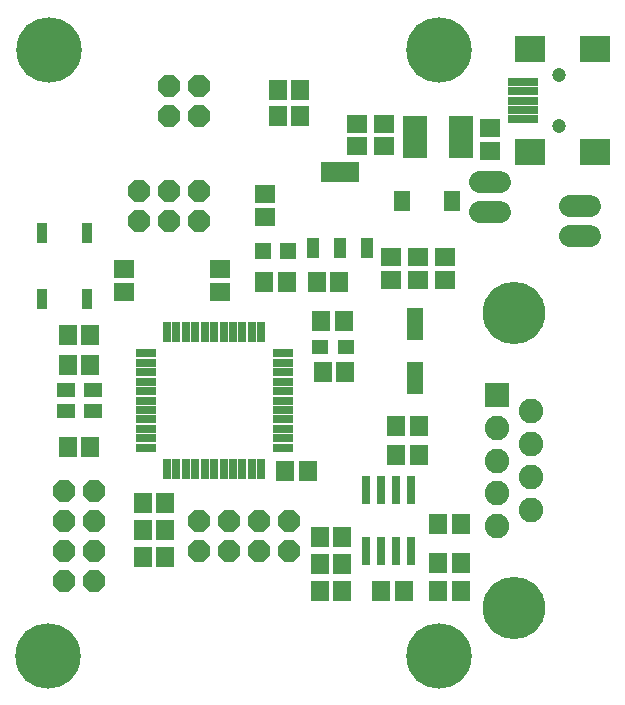
<source format=gts>
G75*
%MOIN*%
%OFA0B0*%
%FSLAX25Y25*%
%IPPOS*%
%LPD*%
%AMOC8*
5,1,8,0,0,1.08239X$1,22.5*
%
%ADD10R,0.08200X0.08200*%
%ADD11C,0.08200*%
%ADD12C,0.20800*%
%ADD13C,0.07200*%
%ADD14R,0.05918X0.06706*%
%ADD15R,0.02769X0.06706*%
%ADD16R,0.06706X0.02769*%
%ADD17R,0.06706X0.05918*%
%ADD18R,0.04100X0.07100*%
%ADD19R,0.13000X0.07100*%
%ADD20R,0.08280X0.14186*%
%ADD21R,0.10249X0.08674*%
%ADD22R,0.09887X0.02769*%
%ADD23C,0.04737*%
%ADD24R,0.03800X0.06800*%
%ADD25OC8,0.07200*%
%ADD26R,0.05918X0.05131*%
%ADD27R,0.05524X0.04737*%
%ADD28R,0.03162X0.09461*%
%ADD29C,0.21800*%
%ADD30R,0.05800X0.10800*%
%ADD31R,0.05524X0.05524*%
%ADD32R,0.05800X0.06587*%
D10*
X0220909Y0125744D03*
D11*
X0220909Y0114839D03*
X0220909Y0103933D03*
X0220909Y0093028D03*
X0220909Y0082122D03*
X0232091Y0087594D03*
X0232091Y0098500D03*
X0232091Y0109366D03*
X0232091Y0120272D03*
D12*
X0226500Y0153146D03*
X0226500Y0054720D03*
D13*
X0245300Y0178933D02*
X0251700Y0178933D01*
X0251700Y0188933D02*
X0245300Y0188933D01*
X0221700Y0186933D02*
X0215300Y0186933D01*
X0215300Y0196933D02*
X0221700Y0196933D01*
D14*
X0168240Y0163433D03*
X0160760Y0163433D03*
X0150740Y0163433D03*
X0143260Y0163433D03*
X0162260Y0150433D03*
X0169740Y0150433D03*
X0170240Y0133433D03*
X0162760Y0133433D03*
X0187260Y0115433D03*
X0194740Y0115433D03*
X0194740Y0105933D03*
X0187260Y0105933D03*
X0201260Y0082933D03*
X0208740Y0082933D03*
X0208740Y0069933D03*
X0201260Y0069933D03*
X0201260Y0060433D03*
X0208740Y0060433D03*
X0189740Y0060433D03*
X0182260Y0060433D03*
X0169240Y0060433D03*
X0161760Y0060433D03*
X0161760Y0069433D03*
X0169240Y0069433D03*
X0169240Y0078433D03*
X0161760Y0078433D03*
X0157740Y0100433D03*
X0150260Y0100433D03*
X0110240Y0089933D03*
X0102760Y0089933D03*
X0102760Y0080933D03*
X0110240Y0080933D03*
X0110240Y0071933D03*
X0102760Y0071933D03*
X0085240Y0108433D03*
X0077760Y0108433D03*
X0077760Y0135933D03*
X0085240Y0135933D03*
X0085240Y0145933D03*
X0077760Y0145933D03*
X0147760Y0218933D03*
X0155240Y0218933D03*
X0155240Y0227433D03*
X0147760Y0227433D03*
D15*
X0142248Y0146768D03*
X0139098Y0146768D03*
X0135949Y0146768D03*
X0132799Y0146768D03*
X0129650Y0146768D03*
X0126500Y0146768D03*
X0123350Y0146768D03*
X0120201Y0146768D03*
X0117051Y0146768D03*
X0113902Y0146768D03*
X0110752Y0146768D03*
X0110752Y0101098D03*
X0113902Y0101098D03*
X0117051Y0101098D03*
X0120201Y0101098D03*
X0123350Y0101098D03*
X0126500Y0101098D03*
X0129650Y0101098D03*
X0132799Y0101098D03*
X0135949Y0101098D03*
X0139098Y0101098D03*
X0142248Y0101098D03*
D16*
X0149335Y0108185D03*
X0149335Y0111335D03*
X0149335Y0114484D03*
X0149335Y0117634D03*
X0149335Y0120783D03*
X0149335Y0123933D03*
X0149335Y0127083D03*
X0149335Y0130232D03*
X0149335Y0133382D03*
X0149335Y0136531D03*
X0149335Y0139681D03*
X0103665Y0139681D03*
X0103665Y0136531D03*
X0103665Y0133382D03*
X0103665Y0130232D03*
X0103665Y0127083D03*
X0103665Y0123933D03*
X0103665Y0120783D03*
X0103665Y0117634D03*
X0103665Y0114484D03*
X0103665Y0111335D03*
X0103665Y0108185D03*
D17*
X0096500Y0160193D03*
X0096500Y0167673D03*
X0128500Y0167673D03*
X0128500Y0160193D03*
X0143500Y0185193D03*
X0143500Y0192673D03*
X0174000Y0208693D03*
X0174000Y0216173D03*
X0183000Y0216173D03*
X0183000Y0208693D03*
X0218500Y0207193D03*
X0218500Y0214673D03*
X0203500Y0171673D03*
X0203500Y0164193D03*
X0194500Y0164193D03*
X0194500Y0171673D03*
X0185500Y0171673D03*
X0185500Y0164193D03*
D18*
X0177600Y0174833D03*
X0168500Y0174833D03*
X0159400Y0174833D03*
D19*
X0168500Y0200033D03*
D20*
X0193323Y0211933D03*
X0208677Y0211933D03*
D21*
X0231720Y0206610D03*
X0253374Y0206610D03*
X0253374Y0241256D03*
X0231720Y0241256D03*
D22*
X0229500Y0230232D03*
X0229500Y0227083D03*
X0229500Y0223933D03*
X0229500Y0220783D03*
X0229500Y0217634D03*
D23*
X0241563Y0215272D03*
X0241563Y0232594D03*
D24*
X0084000Y0179933D03*
X0069000Y0179933D03*
X0069000Y0157933D03*
X0084000Y0157933D03*
D25*
X0101500Y0183933D03*
X0111500Y0183933D03*
X0121500Y0183933D03*
X0121500Y0193933D03*
X0111500Y0193933D03*
X0101500Y0193933D03*
X0111500Y0218933D03*
X0111500Y0228933D03*
X0121500Y0228933D03*
X0121500Y0218933D03*
X0086500Y0093933D03*
X0076500Y0093933D03*
X0076500Y0083933D03*
X0076500Y0073933D03*
X0086500Y0073933D03*
X0086500Y0083933D03*
X0086500Y0063933D03*
X0076500Y0063933D03*
X0121500Y0073933D03*
X0131500Y0073933D03*
X0131500Y0083933D03*
X0121500Y0083933D03*
X0141500Y0083933D03*
X0141500Y0073933D03*
X0151500Y0073933D03*
X0151500Y0083933D03*
D26*
X0086028Y0120390D03*
X0086028Y0127476D03*
X0076972Y0127476D03*
X0076972Y0120390D03*
D27*
X0161669Y0141933D03*
X0170331Y0141933D03*
D28*
X0177000Y0094169D03*
X0182000Y0094169D03*
X0187000Y0094169D03*
X0192000Y0094169D03*
X0192000Y0073697D03*
X0187000Y0073697D03*
X0182000Y0073697D03*
X0177000Y0073697D03*
D29*
X0071000Y0038933D03*
X0201500Y0038933D03*
X0201500Y0240933D03*
X0071500Y0240933D03*
D30*
X0193500Y0149433D03*
X0193500Y0131433D03*
D31*
X0151134Y0173933D03*
X0142866Y0173933D03*
D32*
X0189035Y0190433D03*
X0205965Y0190433D03*
M02*

</source>
